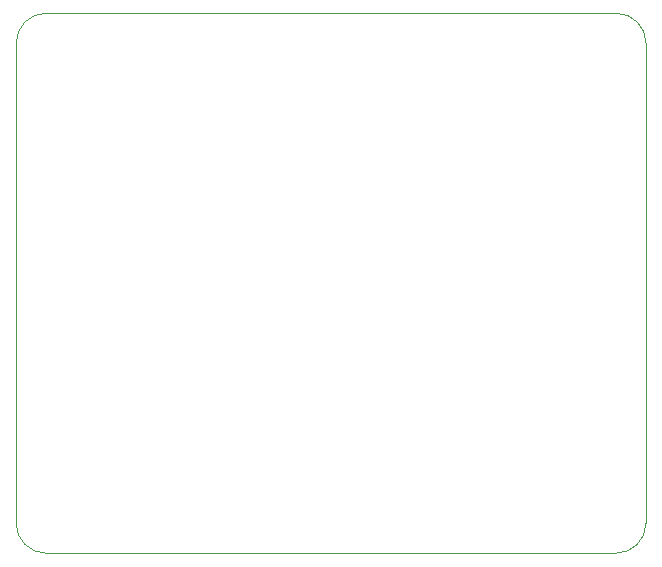
<source format=gbr>
G04 #@! TF.GenerationSoftware,KiCad,Pcbnew,(5.1.5)-3*
G04 #@! TF.CreationDate,2020-09-20T15:24:45+01:00*
G04 #@! TF.ProjectId,Alexa_kicad_PCB,416c6578-615f-46b6-9963-61645f504342,rev?*
G04 #@! TF.SameCoordinates,Original*
G04 #@! TF.FileFunction,Profile,NP*
%FSLAX46Y46*%
G04 Gerber Fmt 4.6, Leading zero omitted, Abs format (unit mm)*
G04 Created by KiCad (PCBNEW (5.1.5)-3) date 2020-09-20 15:24:45*
%MOMM*%
%LPD*%
G04 APERTURE LIST*
%ADD10C,0.050000*%
G04 APERTURE END LIST*
D10*
X99060000Y-68580000D02*
X147320000Y-68580000D01*
X96520000Y-111760000D02*
X96520000Y-71120000D01*
X147320000Y-114300000D02*
X99060000Y-114300000D01*
X149860000Y-71120000D02*
X149860000Y-111760000D01*
X96520000Y-71120000D02*
G75*
G02X99060000Y-68580000I2540000J0D01*
G01*
X99060000Y-114300000D02*
G75*
G02X96520000Y-111760000I0J2540000D01*
G01*
X149860000Y-111760000D02*
G75*
G02X147320000Y-114300000I-2540000J0D01*
G01*
X147320000Y-68580000D02*
G75*
G02X149860000Y-71120000I0J-2540000D01*
G01*
M02*

</source>
